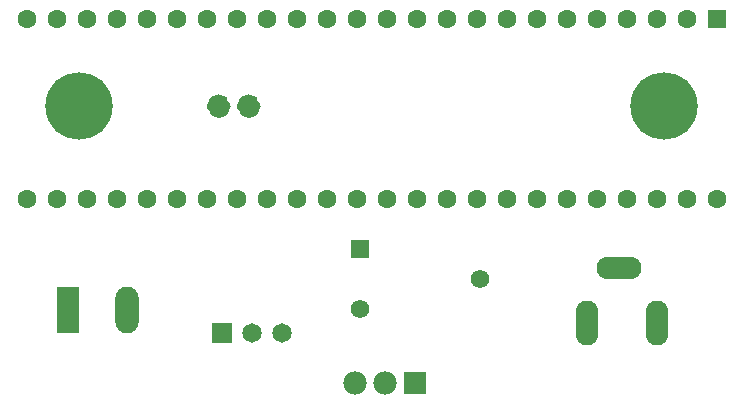
<source format=gbr>
%TF.GenerationSoftware,KiCad,Pcbnew,(6.0.7-1)-1*%
%TF.CreationDate,2022-10-05T22:32:42+11:00*%
%TF.ProjectId,open_jip,6f70656e-5f6a-4697-902e-6b696361645f,rev?*%
%TF.SameCoordinates,Original*%
%TF.FileFunction,Soldermask,Bot*%
%TF.FilePolarity,Negative*%
%FSLAX46Y46*%
G04 Gerber Fmt 4.6, Leading zero omitted, Abs format (unit mm)*
G04 Created by KiCad (PCBNEW (6.0.7-1)-1) date 2022-10-05 22:32:42*
%MOMM*%
%LPD*%
G01*
G04 APERTURE LIST*
%ADD10C,1.000000*%
%ADD11R,1.651000X1.651000*%
%ADD12C,1.651000*%
%ADD13R,1.980000X3.960000*%
%ADD14O,1.980000X3.960000*%
%ADD15R,1.980000X1.980000*%
%ADD16C,1.980000*%
%ADD17R,1.600000X1.600000*%
%ADD18C,1.600000*%
%ADD19O,1.900000X3.800000*%
%ADD20O,3.800000X1.900000*%
%ADD21C,5.700000*%
%ADD22R,1.574800X1.574800*%
%ADD23C,1.574800*%
G04 APERTURE END LIST*
D10*
%TO.C,D2*%
X150270000Y-82000000D02*
G75*
G03*
X150270000Y-82000000I-500000J0D01*
G01*
X147730000Y-82000000D02*
G75*
G03*
X147730000Y-82000000I-500000J0D01*
G01*
%TD*%
D11*
%TO.C,CR1*%
X147549000Y-101200000D03*
D12*
X150089000Y-101200000D03*
X152629000Y-101200000D03*
%TD*%
D13*
%TO.C,J2*%
X134500000Y-99250000D03*
D14*
X139500000Y-99250000D03*
%TD*%
D15*
%TO.C,U1*%
X163830000Y-105410000D03*
D16*
X161290000Y-105410000D03*
X158750000Y-105410000D03*
%TD*%
D17*
%TO.C,U3*%
X189435001Y-74645001D03*
D18*
X186895001Y-74645001D03*
X184355001Y-74645001D03*
X181815001Y-74645001D03*
X179275001Y-74645001D03*
X176735001Y-74645001D03*
X174195001Y-74645001D03*
X171655001Y-74645001D03*
X169115001Y-74645001D03*
X166575001Y-74645001D03*
X164035001Y-74645001D03*
X161495001Y-74645001D03*
X158955001Y-74645001D03*
X156415001Y-74645001D03*
X153875001Y-74645001D03*
X151335001Y-74645001D03*
X148795001Y-74645001D03*
X146255001Y-74645001D03*
X143715001Y-74645001D03*
X141175001Y-74645001D03*
X138635001Y-74645001D03*
X136095001Y-74645001D03*
X133555001Y-74645001D03*
X131015001Y-74645001D03*
X131015001Y-89885001D03*
X133555001Y-89885001D03*
X136095001Y-89885001D03*
X138635001Y-89885001D03*
X141175001Y-89885001D03*
X143715001Y-89885001D03*
X146255001Y-89885001D03*
X148795001Y-89885001D03*
X151335001Y-89885001D03*
X153875001Y-89885001D03*
X156415001Y-89885001D03*
X158955001Y-89885001D03*
X161495001Y-89885001D03*
X164035001Y-89885001D03*
X166575001Y-89885001D03*
X169115001Y-89885001D03*
X171655001Y-89885001D03*
X174195001Y-89885001D03*
X176735001Y-89885001D03*
X179275001Y-89885001D03*
X181815001Y-89885001D03*
X184355001Y-89885001D03*
X186895001Y-89885001D03*
X189435001Y-89885001D03*
%TD*%
D19*
%TO.C,J1*%
X178422000Y-100330000D03*
X184352000Y-100330000D03*
D20*
X181102000Y-95680000D03*
%TD*%
D21*
%TO.C,REF\u002A\u002A*%
X135382000Y-82000000D03*
%TD*%
%TO.C,REF\u002A\u002A*%
X184912000Y-82000000D03*
%TD*%
D22*
%TO.C,R6*%
X159218400Y-94107200D03*
D23*
X169353000Y-96647200D03*
X159218400Y-99187200D03*
%TD*%
M02*

</source>
